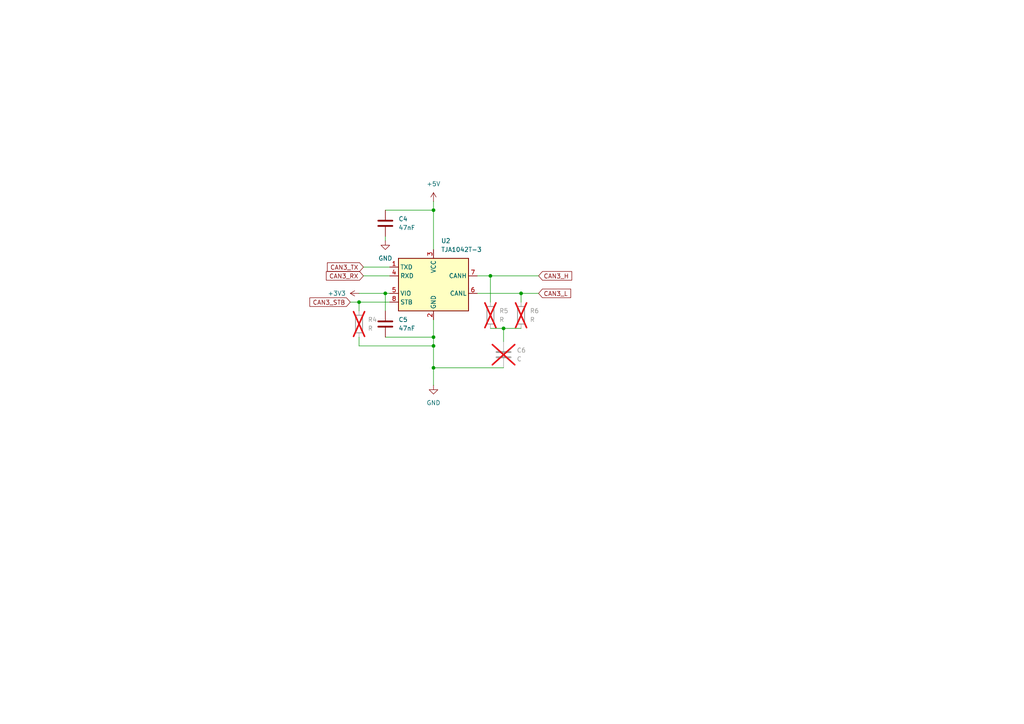
<source format=kicad_sch>
(kicad_sch (version 20231120) (generator "eeschema") (generator_version "8.0")
  (paper "A4")
  (lib_symbols
    (symbol "Device:C" (pin_numbers hide) (pin_names (offset 0.254))
      (property "Reference" "C" (at 0.635 2.54 0))
      (property "Value" "C" (at 0.635 -2.54 0))
      (symbol "C_0_1"
        (polyline (pts (xy -2.032 -0.762) (xy 2.032 -0.762)) (stroke (width 0.508)))
        (polyline (pts (xy -2.032 0.762) (xy 2.032 0.762)) (stroke (width 0.508)))
      )
      (symbol "C_1_1"
        (pin passive line (at 0 3.81 270) (length 2.794) (name "~") (number "1"))
        (pin passive line (at 0 -3.81 90) (length 2.794) (name "~") (number "2"))
      )
    )
    (symbol "Device:R" (pin_numbers hide) (pin_names (offset 0))
      (property "Reference" "R" (at 2.032 0 90))
      (property "Value" "R" (at 0 0 90))
      (symbol "R_0_1"
        (rectangle (start -1.016 -2.54) (end 1.016 2.54) (stroke (width 0.254)))
      )
      (symbol "R_1_1"
        (pin passive line (at 0 3.81 270) (length 1.27) (name "~") (number "1"))
        (pin passive line (at 0 -3.81 90) (length 1.27) (name "~") (number "2"))
      )
    )
    (symbol "Interface_CAN_LIN:TJA1042T-3"
      (property "Reference" "U" (at -10.16 8.89 0))
      (property "Value" "TJA1042T-3" (at 1.27 8.89 0))
      (symbol "TJA1042T-3_0_1"
        (rectangle (start -10.16 7.62) (end 10.16 -7.62) (stroke (width 0.254)) (fill (type background)))
      )
      (symbol "TJA1042T-3_1_1"
        (pin input line (at -12.7 5.08 0) (length 2.54) (name "TXD") (number "1"))
        (pin power_in line (at 0 -10.16 90) (length 2.54) (name "GND") (number "2"))
        (pin power_in line (at 0 10.16 270) (length 2.54) (name "VCC") (number "3"))
        (pin output line (at -12.7 2.54 0) (length 2.54) (name "RXD") (number "4"))
        (pin power_in line (at -12.7 -2.54 0) (length 2.54) (name "VIO") (number "5"))
        (pin bidirectional line (at 12.7 -2.54 180) (length 2.54) (name "CANL") (number "6"))
        (pin bidirectional line (at 12.7 2.54 180) (length 2.54) (name "CANH") (number "7"))
        (pin input line (at -12.7 -5.08 0) (length 2.54) (name "STB") (number "8"))
      )
    )
    (symbol "power:+3V3" (power) (pin_numbers hide) (pin_names (offset 0) hide)
      (property "Value" "+3V3" (at 0 3.556 0))
      (symbol "+3V3_0_1"
        (polyline (pts (xy -0.762 1.27) (xy 0 2.54)))
        (polyline (pts (xy 0 0) (xy 0 2.54)))
        (polyline (pts (xy 0 2.54) (xy 0.762 1.27)))
      )
      (symbol "+3V3_1_1"
        (pin power_in line (at 0 0 90) (length 0) (name "~") (number "1"))
      )
    )
    (symbol "power:+5V" (power) (pin_numbers hide) (pin_names (offset 0) hide)
      (property "Value" "+5V" (at 0 3.556 0))
      (symbol "+5V_0_1"
        (polyline (pts (xy -0.762 1.27) (xy 0 2.54)))
        (polyline (pts (xy 0 0) (xy 0 2.54)))
        (polyline (pts (xy 0 2.54) (xy 0.762 1.27)))
      )
      (symbol "+5V_1_1"
        (pin power_in line (at 0 0 90) (length 0) (name "~") (number "1"))
      )
    )
    (symbol "power:GND" (power) (pin_numbers hide) (pin_names (offset 0) hide)
      (property "Value" "GND" (at 0 -3.81 0))
      (symbol "GND_0_1"
        (polyline (pts (xy 0 0) (xy 0 -1.27) (xy 1.27 -1.27) (xy 0 -2.54) (xy -1.27 -1.27) (xy 0 -1.27)))
      )
      (symbol "GND_1_1"
        (pin power_in line (at 0 0 270) (length 0) (name "~") (number "1"))
      )
    )
  )
  (junction (at 125.73 60.96))
  (junction (at 104.14 87.63))
  (junction (at 125.73 106.68))
  (junction (at 151.13 85.09))
  (junction (at 125.73 100.33))
  (junction (at 142.24 80.01))
  (junction (at 111.76 85.09))
  (junction (at 125.73 97.79))
  (junction (at 146.05 95.25))
  (wire (pts (xy 111.76 85.09) (xy 111.76 90.17)))
  (wire (pts (xy 138.43 85.09) (xy 151.13 85.09)))
  (wire (pts (xy 111.76 85.09) (xy 113.03 85.09)))
  (wire (pts (xy 125.73 92.71) (xy 125.73 97.79)))
  (wire (pts (xy 125.73 97.79) (xy 125.73 100.33)))
  (wire (pts (xy 138.43 80.01) (xy 142.24 80.01)))
  (wire (pts (xy 142.24 95.25) (xy 146.05 95.25)))
  (wire (pts (xy 125.73 106.68) (xy 125.73 111.76)))
  (wire (pts (xy 104.14 87.63) (xy 104.14 90.17)))
  (wire (pts (xy 105.41 80.01) (xy 113.03 80.01)))
  (wire (pts (xy 151.13 85.09) (xy 151.13 87.63)))
  (wire (pts (xy 111.76 60.96) (xy 125.73 60.96)))
  (wire (pts (xy 111.76 97.79) (xy 125.73 97.79)))
  (wire (pts (xy 111.76 68.58) (xy 111.76 69.85)))
  (wire (pts (xy 104.14 87.63) (xy 113.03 87.63)))
  (wire (pts (xy 146.05 95.25) (xy 151.13 95.25)))
  (wire (pts (xy 146.05 95.25) (xy 146.05 99.06)))
  (wire (pts (xy 125.73 106.68) (xy 146.05 106.68)))
  (wire (pts (xy 105.41 77.47) (xy 113.03 77.47)))
  (wire (pts (xy 142.24 80.01) (xy 142.24 87.63)))
  (wire (pts (xy 104.14 85.09) (xy 111.76 85.09)))
  (wire (pts (xy 125.73 100.33) (xy 125.73 106.68)))
  (wire (pts (xy 142.24 80.01) (xy 156.21 80.01)))
  (wire (pts (xy 125.73 58.42) (xy 125.73 60.96)))
  (wire (pts (xy 104.14 100.33) (xy 125.73 100.33)))
  (wire (pts (xy 125.73 60.96) (xy 125.73 72.39)))
  (wire (pts (xy 101.6 87.63) (xy 104.14 87.63)))
  (wire (pts (xy 104.14 97.79) (xy 104.14 100.33)))
  (wire (pts (xy 151.13 85.09) (xy 156.21 85.09)))
  (global_label "CAN3_H" (shape input) (at 156.21 80.01 0) (property "Intersheetrefs" "${INTERSHEET_REFS}" (effects (hide yes))))
  (global_label "CAN3_L" (shape input) (at 156.21 85.09 0) (property "Intersheetrefs" "${INTERSHEET_REFS}" (effects (hide yes))))
  (global_label "CAN3_TX" (shape input) (at 105.41 77.47 180) (property "Intersheetrefs" "${INTERSHEET_REFS}" (effects (hide yes))))
  (global_label "CAN3_STB" (shape input) (at 101.6 87.63 180) (property "Intersheetrefs" "${INTERSHEET_REFS}" (effects (hide yes))))
  (global_label "CAN3_RX" (shape input) (at 105.41 80.01 180) (property "Intersheetrefs" "${INTERSHEET_REFS}" (effects (hide yes))))
  (symbol (lib_id "power:+3V3") (at 104.14 85.09 90) (unit 1)
    (property "Reference" "#PWR017" (effects (hide yes)))
    (property "Value" "+3V3" (at 100.33 85.0899 90) (effects (justify left)))
    (property "Description" "Power symbol creates a global label with name \"+3V3\"" (effects (hide yes)))
    (instances (project "sample" (path "" (reference "#PWR017") (unit 1)) (path "" (reference "#PWR016") (unit 1))))
  )
  (symbol (lib_id "power:GND") (at 125.73 111.76 0) (unit 1)
    (property "Reference" "#PWR020" (effects (hide yes)))
    (property "Value" "GND" (at 125.73 116.84 0))
    (property "Description" "Power symbol creates a global label with name \"GND\" , ground" (effects (hide yes)))
    (instances (project "sample" (path "" (reference "#PWR020") (unit 1)) (path "" (reference "#PWR023") (unit 1))))
  )
  (symbol (lib_id "Device:R") (at 151.13 91.44 0) (unit 1) (dnp yes)
    (property "Reference" "R6" (at 153.67 90.1699 0) (effects (justify left)))
    (property "Value" "R" (at 153.67 92.7099 0) (effects (justify left)))
    (property "Footprint" "Resistor_SMD:R_1206_3216Metric_Pad1.30x1.75mm_HandSolder" (effects (hide yes)))
    (property "Description" "Resistor" (effects (hide yes)))
    (instances (project "sample" (path "" (reference "R6") (unit 1)) (path "" (reference "R8") (unit 1))))
  )
  (symbol (lib_id "Device:C") (at 111.76 93.98 0) (unit 1)
    (property "Reference" "C5" (at 115.57 92.7099 0) (effects (justify left)))
    (property "Value" "47nF" (at 115.57 95.2499 0) (effects (justify left)))
    (property "Footprint" "Capacitor_SMD:C_1206_3216Metric_Pad1.33x1.80mm_HandSolder" (effects (hide yes)))
    (property "Description" "Unpolarized capacitor" (effects (hide yes)))
    (instances (project "sample" (path "" (reference "C5") (unit 1)) (path "" (reference "C2") (unit 1))))
  )
  (symbol (lib_id "Interface_CAN_LIN:TJA1042T-3") (at 125.73 82.55 0) (unit 1)
    (property "Reference" "U2" (at 127.9241 69.85 0) (effects (justify left)))
    (property "Value" "TJA1042T-3" (at 127.9241 72.39 0) (effects (justify left)))
    (property "Footprint" "Package_SO:SOIC-8_3.9x4.9mm_P1.27mm" (effects (hide yes)))
    (property "Datasheet" "http://www.nxp.com/docs/en/data-sheet/TJA1042.pdf" (effects (hide yes)))
    (property "Description" "High-Speed CAN Transceiver, separate VIO, standby mode, SOIC-8" (effects (hide yes)))
    (instances (project "sample" (path "" (reference "U2") (unit 1)) (path "" (reference "U3") (unit 1))))
  )
  (symbol (lib_id "power:+5V") (at 125.73 58.42 0) (unit 1)
    (property "Reference" "#PWR019" (effects (hide yes)))
    (property "Value" "+5V" (at 125.73 53.34 0))
    (property "Description" "Power symbol creates a global label with name \"+5V\"" (effects (hide yes)))
    (instances (project "sample" (path "" (reference "#PWR019") (unit 1)) (path "" (reference "#PWR022") (unit 1))))
  )
  (symbol (lib_id "Device:R") (at 142.24 91.44 0) (unit 1) (dnp yes)
    (property "Reference" "R5" (at 144.78 90.1699 0) (effects (justify left)))
    (property "Value" "R" (at 144.78 92.7099 0) (effects (justify left)))
    (property "Footprint" "Resistor_SMD:R_1206_3216Metric_Pad1.30x1.75mm_HandSolder" (effects (hide yes)))
    (property "Description" "Resistor" (effects (hide yes)))
    (instances (project "sample" (path "" (reference "R5") (unit 1)) (path "" (reference "R7") (unit 1))))
  )
  (symbol (lib_id "Device:R") (at 104.14 93.98 0) (unit 1) (dnp yes)
    (property "Reference" "R4" (at 106.68 92.7099 0) (effects (justify left)))
    (property "Value" "R" (at 106.68 95.2499 0) (effects (justify left)))
    (property "Footprint" "Resistor_SMD:R_1206_3216Metric_Pad1.30x1.75mm_HandSolder" (effects (hide yes)))
    (property "Description" "Resistor" (effects (hide yes)))
    (instances (project "sample" (path "" (reference "R4") (unit 1)) (path "" (reference "R1") (unit 1))))
  )
  (symbol (lib_id "power:GND") (at 111.76 69.85 0) (unit 1)
    (property "Reference" "#PWR018" (effects (hide yes)))
    (property "Value" "GND" (at 111.76 74.93 0))
    (property "Description" "Power symbol creates a global label with name \"GND\" , ground" (effects (hide yes)))
    (instances (project "sample" (path "" (reference "#PWR018") (unit 1)) (path "" (reference "#PWR021") (unit 1))))
  )
  (symbol (lib_id "Device:C") (at 111.76 64.77 0) (unit 1)
    (property "Reference" "C4" (at 115.57 63.4999 0) (effects (justify left)))
    (property "Value" "47nF" (at 115.57 66.0399 0) (effects (justify left)))
    (property "Footprint" "Capacitor_SMD:C_1206_3216Metric_Pad1.33x1.80mm_HandSolder" (effects (hide yes)))
    (property "Description" "Unpolarized capacitor" (effects (hide yes)))
    (instances (project "sample" (path "" (reference "C4") (unit 1)) (path "" (reference "C1") (unit 1))))
  )
  (symbol (lib_id "Device:C") (at 146.05 102.87 0) (unit 1) (dnp yes)
    (property "Reference" "C6" (at 149.86 101.5999 0) (effects (justify left)))
    (property "Value" "C" (at 149.86 104.1399 0) (effects (justify left)))
    (property "Footprint" "Capacitor_SMD:C_1206_3216Metric_Pad1.33x1.80mm_HandSolder" (effects (hide yes)))
    (property "Description" "Unpolarized capacitor" (effects (hide yes)))
    (instances (project "sample" (path "" (reference "C6") (unit 1)) (path "" (reference "C7") (unit 1))))
  )
)
</source>
